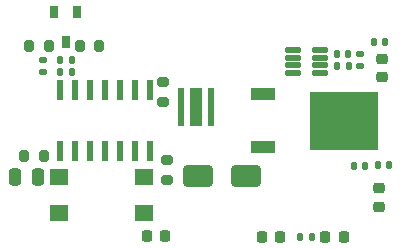
<source format=gbr>
%TF.GenerationSoftware,KiCad,Pcbnew,8.0.5*%
%TF.CreationDate,2025-02-24T18:35:13+02:00*%
%TF.ProjectId,UVCleanPCB,5556436c-6561-46e5-9043-422e6b696361,rev?*%
%TF.SameCoordinates,Original*%
%TF.FileFunction,Paste,Bot*%
%TF.FilePolarity,Positive*%
%FSLAX46Y46*%
G04 Gerber Fmt 4.6, Leading zero omitted, Abs format (unit mm)*
G04 Created by KiCad (PCBNEW 8.0.5) date 2025-02-24 18:35:13*
%MOMM*%
%LPD*%
G01*
G04 APERTURE LIST*
G04 Aperture macros list*
%AMRoundRect*
0 Rectangle with rounded corners*
0 $1 Rounding radius*
0 $2 $3 $4 $5 $6 $7 $8 $9 X,Y pos of 4 corners*
0 Add a 4 corners polygon primitive as box body*
4,1,4,$2,$3,$4,$5,$6,$7,$8,$9,$2,$3,0*
0 Add four circle primitives for the rounded corners*
1,1,$1+$1,$2,$3*
1,1,$1+$1,$4,$5*
1,1,$1+$1,$6,$7*
1,1,$1+$1,$8,$9*
0 Add four rect primitives between the rounded corners*
20,1,$1+$1,$2,$3,$4,$5,0*
20,1,$1+$1,$4,$5,$6,$7,0*
20,1,$1+$1,$6,$7,$8,$9,0*
20,1,$1+$1,$8,$9,$2,$3,0*%
G04 Aperture macros list end*
%ADD10RoundRect,0.200000X-0.275000X0.200000X-0.275000X-0.200000X0.275000X-0.200000X0.275000X0.200000X0*%
%ADD11RoundRect,0.225000X0.225000X0.250000X-0.225000X0.250000X-0.225000X-0.250000X0.225000X-0.250000X0*%
%ADD12R,0.533400X1.701800*%
%ADD13R,2.100000X1.000000*%
%ADD14R,5.850000X4.900000*%
%ADD15R,1.600000X1.400000*%
%ADD16RoundRect,0.147500X0.147500X0.172500X-0.147500X0.172500X-0.147500X-0.172500X0.147500X-0.172500X0*%
%ADD17RoundRect,0.218750X0.256250X-0.218750X0.256250X0.218750X-0.256250X0.218750X-0.256250X-0.218750X0*%
%ADD18RoundRect,0.135000X-0.135000X-0.185000X0.135000X-0.185000X0.135000X0.185000X-0.135000X0.185000X0*%
%ADD19RoundRect,0.140000X0.140000X0.170000X-0.140000X0.170000X-0.140000X-0.170000X0.140000X-0.170000X0*%
%ADD20RoundRect,0.135000X-0.185000X0.135000X-0.185000X-0.135000X0.185000X-0.135000X0.185000X0.135000X0*%
%ADD21RoundRect,0.125000X-0.537500X-0.125000X0.537500X-0.125000X0.537500X0.125000X-0.537500X0.125000X0*%
%ADD22RoundRect,0.218750X0.218750X0.256250X-0.218750X0.256250X-0.218750X-0.256250X0.218750X-0.256250X0*%
%ADD23R,1.000000X3.200000*%
%ADD24R,0.600000X3.200000*%
%ADD25RoundRect,0.135000X0.185000X-0.135000X0.185000X0.135000X-0.185000X0.135000X-0.185000X-0.135000X0*%
%ADD26RoundRect,0.140000X-0.140000X-0.170000X0.140000X-0.170000X0.140000X0.170000X-0.140000X0.170000X0*%
%ADD27RoundRect,0.200000X-0.200000X-0.275000X0.200000X-0.275000X0.200000X0.275000X-0.200000X0.275000X0*%
%ADD28RoundRect,0.250000X-1.000000X-0.650000X1.000000X-0.650000X1.000000X0.650000X-1.000000X0.650000X0*%
%ADD29RoundRect,0.250000X0.250000X0.475000X-0.250000X0.475000X-0.250000X-0.475000X0.250000X-0.475000X0*%
%ADD30R,0.762000X1.016000*%
%ADD31RoundRect,0.225000X-0.225000X-0.250000X0.225000X-0.250000X0.225000X0.250000X-0.225000X0.250000X0*%
%ADD32RoundRect,0.225000X0.250000X-0.225000X0.250000X0.225000X-0.250000X0.225000X-0.250000X-0.225000X0*%
G04 APERTURE END LIST*
D10*
%TO.C,R7*%
X189500000Y-75800000D03*
X189500000Y-74150000D03*
%TD*%
D11*
%TO.C,C16*%
X189400000Y-80600000D03*
X187850000Y-80600000D03*
%TD*%
D12*
%TO.C,U3*%
X188047500Y-73390800D03*
X186777500Y-73390800D03*
X185507500Y-73390800D03*
X184237500Y-73390800D03*
X182967500Y-73390800D03*
X181697500Y-73390800D03*
X180427500Y-73390800D03*
X180427500Y-68209200D03*
X181697500Y-68209200D03*
X182967500Y-68209200D03*
X184237500Y-68209200D03*
X185507500Y-68209200D03*
X186777500Y-68209200D03*
X188047500Y-68209200D03*
%TD*%
D13*
%TO.C,IC2*%
X197680000Y-73080000D03*
X197680000Y-68520000D03*
D14*
X204480000Y-70800000D03*
%TD*%
D15*
%TO.C,S1*%
X180400000Y-75600000D03*
X187600000Y-75600000D03*
X180400000Y-78600000D03*
X187600000Y-78600000D03*
%TD*%
D16*
%TO.C,D6*%
X204885000Y-65200000D03*
X203915000Y-65200000D03*
%TD*%
D17*
%TO.C,FB1*%
X207500000Y-78087500D03*
X207500000Y-76512500D03*
%TD*%
D18*
%TO.C,R2*%
X203880000Y-66200000D03*
X204900000Y-66200000D03*
%TD*%
D19*
%TO.C,C11*%
X208020000Y-64120000D03*
X207060000Y-64120000D03*
%TD*%
D20*
%TO.C,R5*%
X205900000Y-65180000D03*
X205900000Y-66200000D03*
%TD*%
D21*
%TO.C,U4*%
X200170000Y-66790000D03*
X200170000Y-66140000D03*
X200170000Y-65490000D03*
X200170000Y-64840000D03*
X202445000Y-64840000D03*
X202445000Y-65490000D03*
X202445000Y-66140000D03*
X202445000Y-66790000D03*
%TD*%
D22*
%TO.C,D8*%
X204500000Y-80700000D03*
X202925000Y-80700000D03*
%TD*%
D23*
%TO.C,U7*%
X191990000Y-69670000D03*
D24*
X193290000Y-69670000D03*
X190690000Y-69670000D03*
%TD*%
D10*
%TO.C,R14*%
X189220000Y-67575000D03*
X189220000Y-69225000D03*
%TD*%
D25*
%TO.C,R18*%
X179020000Y-66720000D03*
X179020000Y-65700000D03*
%TD*%
D18*
%TO.C,R19*%
X180500000Y-66700000D03*
X181520000Y-66700000D03*
%TD*%
D26*
%TO.C,C8*%
X207390000Y-74590000D03*
X208350000Y-74590000D03*
%TD*%
D27*
%TO.C,R12*%
X177875000Y-64500000D03*
X179525000Y-64500000D03*
%TD*%
%TO.C,R13*%
X183800000Y-64500000D03*
X182150000Y-64500000D03*
%TD*%
D28*
%TO.C,D7*%
X192190000Y-75470000D03*
X196190000Y-75470000D03*
%TD*%
D18*
%TO.C,R20*%
X180480000Y-65700000D03*
X181500000Y-65700000D03*
%TD*%
D27*
%TO.C,R17*%
X177450000Y-73800000D03*
X179100000Y-73800000D03*
%TD*%
D29*
%TO.C,C18*%
X178600000Y-75550000D03*
X176700000Y-75550000D03*
%TD*%
D30*
%TO.C,Q2*%
X180947500Y-64140000D03*
X179995000Y-61600000D03*
X181900000Y-61600000D03*
%TD*%
D31*
%TO.C,C17*%
X197550000Y-80700000D03*
X199100000Y-80700000D03*
%TD*%
D18*
%TO.C,R6*%
X200780000Y-80700000D03*
X201800000Y-80700000D03*
%TD*%
D32*
%TO.C,C5*%
X207760000Y-67140000D03*
X207760000Y-65590000D03*
%TD*%
D26*
%TO.C,C6*%
X205330000Y-74610000D03*
X206290000Y-74610000D03*
%TD*%
M02*

</source>
